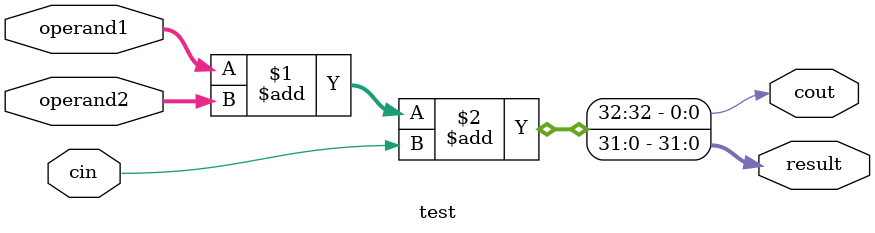
<source format=v>
`timescale 1ns / 1ps


module test(
    input [31:0] operand1,
    input [31:0] operand2,
    input cin,
    output [31:0] result,
    output cout
    );
    assign {cout,result} = operand1 + operand2 + cin; 
endmodule

</source>
